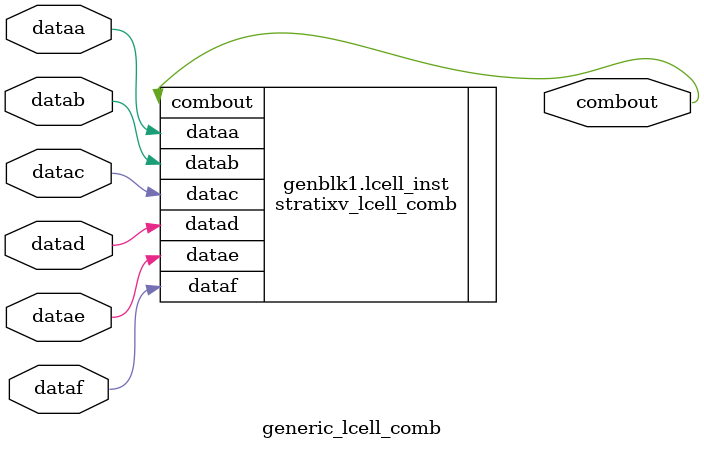
<source format=v>


`timescale 1ps/1ps

module altera_pll_reconfig_core
#(
    parameter 	reconf_width       	= 64,
    parameter 	device_family       	= "Stratix V",
    // MIF Streaming parameters
    parameter   RECONFIG_ADDR_WIDTH     = 6,
    parameter   RECONFIG_DATA_WIDTH     = 32,
    parameter   ROM_ADDR_WIDTH          = 9,
    parameter   ROM_DATA_WIDTH          = 32,
    parameter	ROM_NUM_WORDS           = 512
) ( 

    //input
    input   wire    mgmt_clk,
    input   wire    mgmt_reset,


    //conduits
    output  wire [reconf_width-1:0] reconfig_to_pll,
    input  wire [reconf_width-1:0] reconfig_from_pll,

    // user data (avalon-MM slave interface)
    output  wire [31:0] mgmt_readdata,
    output  wire        mgmt_waitrequest,
    input   wire [5:0]  mgmt_address,
    input   wire        mgmt_read,
    input   wire        mgmt_write,
    input   wire [31:0] mgmt_writedata,

    //other
    output  wire        mif_start_out,
    output  reg [ROM_ADDR_WIDTH-1:0]    mif_base_addr
);
    localparam mode_WR            = 1'b0;
    localparam mode_POLL          = 1'b1;
    localparam MODE_REG           = 6'b000000;
    localparam STATUS_REG         = 6'b000001;
    localparam START_REG          = 6'b000010;
    localparam N_REG              = 6'b000011;
    localparam M_REG              = 6'b000100;
    localparam C_COUNTERS_REG     = 6'b000101;
    localparam DPS_REG            = 6'b000110;
    localparam DSM_REG            = 6'b000111;
    localparam BWCTRL_REG         = 6'b001000;
    localparam CP_CURRENT_REG     = 6'b001001;
    localparam ANY_DPRIO          = 6'b100000;
    localparam CNT_BASE           = 5'b001010;
    localparam VCO_REG              = 6'b011100;
    localparam MIF_REG            = 6'b011111;
    
    //C Counters
    localparam number_of_counters = 5'd18;
    localparam  CNT_0 = 1'd0, CNT_1 = 5'd1, CNT_2 = 5'd2,
                CNT_3 = 5'd3, CNT_4 = 5'd4, CNT_5 = 5'd5,
                CNT_6 = 5'd6, CNT_7 = 5'd7, CNT_8 = 5'd8,
                CNT_9 = 5'd9, CNT_10 = 5'd10, CNT_11 = 5'd11,
                CNT_12 = 5'd12, CNT_13 = 5'd13, CNT_14 = 5'd14,
                CNT_15 = 5'd15, CNT_16 = 5'd16, CNT_17 = 5'd17;
    //C counter addresses
    localparam C_CNT_0_DIV_ADDR = 5'h00;
    localparam C_CNT_0_DIV_ADDR_DPRIO_1 = 5'h11;
    localparam C_CNT_0_3_BYPASS_EN_ADDR = 5'h15;
    localparam C_CNT_0_3_ODD_DIV_EN_ADDR = 5'h17;
    localparam C_CNT_4_17_BYPASS_EN_ADDR = 5'h14;
    localparam C_CNT_4_17_ODD_DIV_EN_ADDR = 5'h16;
    //N counter addresses
    localparam N_CNT_DIV_ADDR = 5'h13;
    localparam N_CNT_BYPASS_EN_ADDR = 5'h15;
    localparam N_CNT_ODD_DIV_EN_ADDR = 5'h17;
    //M counter addresses
    localparam M_CNT_DIV_ADDR = 5'h12;
    localparam M_CNT_BYPASS_EN_ADDR = 5'h15;
    localparam M_CNT_ODD_DIV_EN_ADDR = 5'h17;
    
    //DSM address
    localparam DSM_K_FRACTIONAL_DIVISION_ADDR_0 = 5'h18;
    localparam DSM_K_FRACTIONAL_DIVISION_ADDR_1 = 5'h19;
    localparam DSM_K_READY_ADDR = 5'h17;
    localparam DSM_K_DITHER_ADDR = 5'h17;
    localparam DSM_OUT_SEL_ADDR = 6'h30;
    
    //Other DSM params
    localparam DSM_K_READY_BIT_INDEX = 4'd11;
    //BWCTRL address
    //Bit 0-3 of addr
    localparam BWCTRL_ADDR = 6'h30;
    //CP_CURRENT address
    //Bit 0-2 of addr
    localparam CP_CURRENT_ADDR = 6'h31;
    
    // VCODIV address
    localparam VCO_ADDR = 5'h17;

    localparam DPRIO_IDLE = 3'd0, ONE = 3'd1, TWO = 3'd2, THREE = 3'd3, FOUR = 3'd4,
               FIVE = 3'd5, SIX = 3'd6, SEVEN = 3'd7, EIGHT = 4'd8, NINE = 4'd9, TEN = 4'd10,
               ELEVEN = 4'd11, TWELVE = 4'd12, THIRTEEN = 4'd13, FOURTEEN = 4'd14, DPRIO_DONE = 4'd15;
    localparam IDLE = 2'b00, WAIT_ON_LOCK = 2'b01, LOCKED = 2'b10;
    
    wire            clk;
    wire            reset;
    wire            gnd;

    wire [5: 0]     slave_address;
    wire            slave_read;
    wire            slave_write;
    wire [31: 0]    slave_writedata;

    reg  [31: 0]     slave_readdata_d;
    reg  [31: 0]     slave_readdata_q;
    wire            slave_waitrequest;
    reg             slave_mode;

    assign          clk             = mgmt_clk;

    assign          slave_address       = mgmt_address;
    assign          slave_read      = mgmt_read;    
    assign          slave_write     = mgmt_write;
    assign          slave_writedata     = mgmt_writedata;
    
    reg read_waitrequest;
    // Outputs
    assign          mgmt_readdata       = slave_readdata_q;
    assign          mgmt_waitrequest    = slave_waitrequest | read_waitrequest; //Read waitrequest asserted in polling mode

    //internal signals
    wire            locked_orig;
    wire            locked;
   
    wire            pll_start;
    wire            pll_start_valid;
    reg             status_read;
    wire            read_slave_mode_asserted;

    wire            pll_start_asserted;

    reg  [1:0]      current_state;
    reg  [1:0]      next_state;

    reg             status;//0=busy, 1=ready
    //user_mode_init user_mode_init_inst (clk, reset, dprio_mdio_dis, ser_shift_load);
    //declaring the init wires. These will have 0 on them for 64 clk cycles
    wire       [ 5:0]  init_dprio_address;
    wire               init_dprio_read;
    wire       [ 1:0]  init_dprio_byteen;
    wire               init_dprio_write;
    wire       [15:0]  init_dprio_writedata;

    wire               init_atpgmode;
    wire               init_mdio_dis;
    wire               init_scanen;
    wire               init_ser_shift_load;
    wire               dprio_init_done;

    //DPRIO output signals after initialization is done
    wire            dprio_clk;
    reg             avmm_dprio_write;
    reg             avmm_dprio_read;
    reg  [5:0]      avmm_dprio_address;
    reg  [15:0]     avmm_dprio_writedata;
    reg  [1:0]      avmm_dprio_byteen;
    wire            avmm_atpgmode;
    wire            avmm_mdio_dis;
    wire            avmm_scanen;

    //Final output wires that are muxed between the init and avmm wires.
    wire            dprio_init_reset;
    wire [5:0]      dprio_address /*synthesis keep*/;
    wire            dprio_read/*synthesis keep*/;
    wire [1:0]      dprio_byteen/*synthesis keep*/;
    wire            dprio_write/*synthesis keep*/;
    wire [15:0]     dprio_writedata/*synthesis keep*/;
    wire            dprio_mdio_dis/*synthesis keep*/;
    wire            dprio_ser_shift_load/*synthesis keep*/;
    wire            dprio_atpgmode/*synthesis keep*/;
    wire            dprio_scanen/*synthesis keep*/;


    //other PLL signals for dyn ph shift
    wire            phase_done/*synthesis keep*/;
    wire            phase_en/*synthesis keep*/;
    wire            up_dn/*synthesis keep*/;
    wire  [4:0]     cnt_sel;
    
    //DPRIO input signals
    wire  [15:0]     dprio_readdata;

    //internal logic signals
    //storage registers for user sent data
    reg             dprio_temp_read_1;
    reg             dprio_temp_read_2;
    reg             dprio_start;
    reg             mif_start_assert;
    reg             dps_start_assert;
    wire            usr_valid_changes;
    reg  [3:0]      dprio_cur_state;
    reg  [3:0]      dprio_next_state;
    reg  [15:0]     dprio_temp_m_n_c_readdata_1_d;
    reg  [15:0]     dprio_temp_m_n_c_readdata_2_d;
    reg  [15:0]     dprio_temp_m_n_c_readdata_1_q;
    reg  [15:0]     dprio_temp_m_n_c_readdata_2_q;
	reg 			dprio_write_done;
    //C counters signals
    reg  [7:0]      usr_c_cnt_lo;
    reg  [7:0]      usr_c_cnt_hi;
    reg             usr_c_cnt_bypass_en;
    reg             usr_c_cnt_odd_duty_div_en;
    reg  [7:0]      temp_c_cnt_lo [0:17]; 
    reg  [7:0]      temp_c_cnt_hi [0:17];
    reg             temp_c_cnt_bypass_en [0:17];
    reg      	    temp_c_cnt_odd_duty_div_en [0:17];
    reg             any_c_cnt_changed;
    reg             all_c_cnt_done_q;
    reg             all_c_cnt_done_d;
    reg  [17:0]     c_cnt_changed;
    reg  [17:0]     c_cnt_done_d;
    reg  [17:0]     c_cnt_done_q;
    //N counter signals
    reg  [7:0]      usr_n_cnt_lo; 
    reg  [7:0]      usr_n_cnt_hi;
    reg             usr_n_cnt_bypass_en;
    reg             usr_n_cnt_odd_duty_div_en;
    reg             n_cnt_changed;
    reg             n_cnt_done_d;
    reg             n_cnt_done_q;
    //M counter signals
    reg  [7:0]      usr_m_cnt_lo; 
    reg  [7:0]      usr_m_cnt_hi;
    reg             usr_m_cnt_bypass_en;
    reg             usr_m_cnt_odd_duty_div_en;
    reg             m_cnt_changed;
    reg             m_cnt_done_d;
    reg             m_cnt_done_q;
    //dyn phase regs
    reg  [15:0]     usr_num_shifts;
    reg  [4:0]      usr_cnt_sel /*synthesis preserve*/;
    reg             usr_up_dn;
    reg             dps_changed;
    wire            dps_changed_valid;
    wire            dps_done;

    //DSM Signals
    reg  [31:0]     usr_k_value;
    reg             dsm_k_changed;
    reg             dsm_k_done_d;
    reg             dsm_k_done_q;
    reg             dsm_k_ready_false_done_d;
    //BW signals 
    reg [3:0]       usr_bwctrl_value;
    reg             bwctrl_changed;
    reg             bwctrl_done_d;
    reg             bwctrl_done_q;
    //CP signals 
    reg [2:0]       usr_cp_current_value;
    reg             cp_current_changed;
    reg             cp_current_done_d;
    reg             cp_current_done_q;
    //VCO signals 
    reg             usr_vco_value;
    reg             vco_changed;
    reg             vco_done_d;
    reg             vco_done_q;
    //Manual DPRIO signals
    reg             manual_dprio_done_q;
    reg             manual_dprio_done_d;
    reg             manual_dprio_changed;
    reg  [5:0]      usr_dprio_address;
    reg  [15:0]     usr_dprio_writedata_0;
    reg             usr_r_w;
	 //keeping track of which operation happened last
	 reg  [5:0]		  operation_address;
    // Address wires for all C_counter DPRIO registers
    // These are outputs of LUTS, changing depending
    // on whether PLL_0 or PLL_1 being used


    //Fitter will tell if FPLL1 is being used 
    wire            fpll_1;

    // other
    reg             mif_reg_asserted;
    // MAIN FSM                             

    // Synchronize locked signal
   altera_std_synchronizer #(
        .depth(3)
    ) altera_std_synchronizer_inst (
        .clk(mgmt_clk),
        .reset_n(~mgmt_reset), 
        .din(locked_orig),
        .dout(locked)
    );
   
    always @(posedge clk)
    begin
        if (reset)
        begin
            dprio_cur_state <= DPRIO_IDLE;
            current_state <= IDLE;
        end
        else
        begin
            current_state <= next_state;
            dprio_cur_state <= dprio_next_state;
        end
    end

    always @(*)
     begin
        case(current_state)
          IDLE:
            begin
               if (pll_start & !slave_waitrequest & usr_valid_changes)
                 next_state = WAIT_ON_LOCK;
               else
                 next_state = IDLE;
            end
          WAIT_ON_LOCK:
            begin
               if (locked & dps_done & dprio_write_done)  // received locked high from PLL
                 begin
                    if (slave_mode==mode_WR) //if the mode is waitrequest, then
                                             // goto IDLE state directly
                      next_state = IDLE;
                    else
                      next_state = LOCKED; //otherwise go the locked state
                 end
               else
                  next_state = WAIT_ON_LOCK;
            end
              
          LOCKED:
            begin
               if (status_read) // stay in LOCKED until user reads status 
                 next_state = IDLE;
               else
                 next_state = LOCKED;
            end

          default: next_state = 2'bxx;
          
        endcase
     end


    // ask the pll to start reconfig
    assign pll_start = (pll_start_asserted & (current_state==IDLE))  ;
    assign pll_start_valid = (pll_start & (next_state==WAIT_ON_LOCK))  ;



    // WRITE OPERATIONS
    assign pll_start_asserted = slave_write & (slave_address == START_REG);
    assign mif_start_out = pll_start & mif_reg_asserted;

    //reading the mode register to determine what mode the slave will operate
    //in.
    always @(posedge clk)
    begin
        if (reset)
          slave_mode <= mode_WR;
        else if (slave_write & (slave_address == MODE_REG) & !slave_waitrequest)
          slave_mode <= slave_writedata[0];
    end

    //record which values user wants to change.

    //reading in the actual values that need to be reconfigged and sending
    //them to the PLL
    always @(posedge clk)
    begin
        if (reset)
        begin
            //reset all regs here
            //BW signals reset
            usr_bwctrl_value <= 0;
            bwctrl_changed <= 0;
            bwctrl_done_q <= 0;
            //CP signals reset
            usr_cp_current_value <= 0;
            cp_current_changed <= 0;
            cp_current_done_q <= 0;
            //VCO signals reset
            usr_vco_value <= 0;
            vco_changed <= 0;
            vco_done_q <= 0;
            //DSM signals reset
            usr_k_value <= 0;
            dsm_k_changed <= 0;
            dsm_k_done_q <= 0;
            //N counter signals reset
            usr_n_cnt_lo <= 0;
            usr_n_cnt_hi <= 0;
            usr_n_cnt_bypass_en <= 0;
            usr_n_cnt_odd_duty_div_en <= 0;
            n_cnt_changed <= 0;
            n_cnt_done_q <= 0;
            //M counter signals reset
            usr_m_cnt_lo <= 0;
            usr_m_cnt_hi <= 0;
            usr_m_cnt_bypass_en <= 0;
            usr_m_cnt_odd_duty_div_en <= 0;
            m_cnt_changed <= 0;
            m_cnt_done_q <= 0;
            //C counter signals reset
            usr_c_cnt_lo <= 0;
            usr_c_cnt_hi <= 0;
            usr_c_cnt_bypass_en <= 0;
            usr_c_cnt_odd_duty_div_en <= 0;
            any_c_cnt_changed <= 0;
            all_c_cnt_done_q <= 0;
            c_cnt_done_q <= 0;
            //generic signals
            dprio_start <= 0;
            mif_start_assert <= 0;
            dps_start_assert <= 0;
            dprio_temp_m_n_c_readdata_1_q <= 0;
            dprio_temp_m_n_c_readdata_2_q <= 0;
            c_cnt_done_q <= 0;
            //DPS signals
            usr_up_dn <= 0;
            usr_cnt_sel <= 0;
            usr_num_shifts <= 0;
            dps_changed <= 0;
            //manual DPRIO signals
            manual_dprio_changed <= 0;
            usr_dprio_address <= 0;
            usr_dprio_writedata_0 <= 0;
            usr_r_w <= 0;
	    operation_address <= 0;
            mif_reg_asserted <= 0;
            mif_base_addr <= 0;
        end
        else
        begin
            if (dprio_temp_read_1)
            begin
                dprio_temp_m_n_c_readdata_1_q <= dprio_temp_m_n_c_readdata_1_d; 
            end
            if (dprio_temp_read_2)
            begin
                dprio_temp_m_n_c_readdata_2_q <= dprio_temp_m_n_c_readdata_2_d; 
            end
            if ((dps_done)) dps_changed <= 0;
            if (dsm_k_done_d) dsm_k_done_q <= dsm_k_done_d;
            if (n_cnt_done_d) n_cnt_done_q <= n_cnt_done_d;
            if (m_cnt_done_d) m_cnt_done_q <= m_cnt_done_d;
            if (all_c_cnt_done_d) all_c_cnt_done_q <= all_c_cnt_done_d;
            if (c_cnt_done_d != 0) c_cnt_done_q <= c_cnt_done_q | c_cnt_done_d;
            if (bwctrl_done_d) bwctrl_done_q <= bwctrl_done_d;
            if (cp_current_done_d) cp_current_done_q <= cp_current_done_d;
            if (vco_done_d) vco_done_q <= vco_done_d;
            if (manual_dprio_done_d) manual_dprio_done_q <= manual_dprio_done_d;

            if (mif_start_out == 1'b1)
                mif_start_assert <= 0; // Signaled MIF block to start, so deassert on next cycle
            
            if (dps_done != 1'b1)
                dps_start_assert <= 0; // DPS has started, so dessert its start signal on next cycle

            if (dprio_next_state == ONE)
                dprio_start <= 0;
            if (dprio_write_done)
            begin
                bwctrl_done_q <= 0;
                cp_current_done_q <= 0;
                vco_done_q <= 0;
                dsm_k_done_q <= 0;
                dsm_k_done_q <= 0;
                n_cnt_done_q <= 0;
                m_cnt_done_q <= 0;
                all_c_cnt_done_q <= 0;
                c_cnt_done_q <= 0;
                dsm_k_changed <= 0;
                n_cnt_changed <= 0;
                m_cnt_changed <= 0;
                any_c_cnt_changed <= 0;
                bwctrl_changed <= 0;
                cp_current_changed <= 0;
                vco_changed <= 0;
                manual_dprio_changed <= 0;
                manual_dprio_done_q <= 0;
                if (dps_changed | dps_changed_valid | !dps_done )
                begin
                    usr_cnt_sel <= usr_cnt_sel;
                end
                else 
                begin
                    usr_cnt_sel <= 0;
                end
                mif_reg_asserted <= 0;
            end
            else 
            begin
                dsm_k_changed <= dsm_k_changed;
                n_cnt_changed <= n_cnt_changed;
                m_cnt_changed <= m_cnt_changed;
                any_c_cnt_changed <= any_c_cnt_changed;
                manual_dprio_changed <= manual_dprio_changed;
                mif_reg_asserted <= mif_reg_asserted;
                usr_cnt_sel <= usr_cnt_sel;
            end


            if(slave_write & !slave_waitrequest)
            begin
                case(slave_address)
                   //read in the values here from the user and act on them
                DSM_REG:
                begin
                    operation_address <= DSM_REG;
                    usr_k_value <= slave_writedata[31:0]; 
                    dsm_k_changed <= 1'b1;
                    dsm_k_done_q <= 0;
                    dprio_start <= 1'b1;
                end
                N_REG:
                begin
                    operation_address <= N_REG;
                    usr_n_cnt_lo <= slave_writedata[7:0]; 
                    usr_n_cnt_hi <= slave_writedata[15:8];
                    usr_n_cnt_bypass_en <= slave_writedata[16];
                    usr_n_cnt_odd_duty_div_en <= slave_writedata[17];
                    n_cnt_changed <= 1'b1;
                    n_cnt_done_q <= 0;
                    dprio_start <= 1'b1;
                end
                M_REG:
                begin
                    operation_address <= M_REG;
                    usr_m_cnt_lo <= slave_writedata[7:0]; 
                    usr_m_cnt_hi <= slave_writedata[15:8];
                    usr_m_cnt_bypass_en <= slave_writedata[16];
                    usr_m_cnt_odd_duty_div_en <= slave_writedata[17];
                    m_cnt_changed <= 1'b1;
                    m_cnt_done_q <= 0;
                    dprio_start <= 1'b1;
                end
                DPS_REG:
                begin
                    operation_address <= DPS_REG;
                    usr_num_shifts <= slave_writedata[15:0];
                    usr_cnt_sel <= slave_writedata[20:16];
                    usr_up_dn <= slave_writedata[21];
                    dps_changed <= 1;
                    dps_start_assert <= 1;
                end
                C_COUNTERS_REG:
                begin
						  operation_address <= C_COUNTERS_REG;
                    usr_c_cnt_lo <= slave_writedata[7:0]; 
                    usr_c_cnt_hi <= slave_writedata[15:8];
                    usr_c_cnt_bypass_en <= slave_writedata[16];
                    usr_c_cnt_odd_duty_div_en <= slave_writedata[17];
                    usr_cnt_sel <= slave_writedata[22:18];
                    any_c_cnt_changed <= 1'b1;
                    all_c_cnt_done_q <= 0;
                    dprio_start <= 1'b1;
                end
                BWCTRL_REG:
                begin
                    usr_bwctrl_value <= slave_writedata[3:0]; 
                    bwctrl_changed <= 1'b1;
                    bwctrl_done_q <= 0;
                    dprio_start <= 1'b1;
		    	  operation_address <= BWCTRL_REG;
                end
                CP_CURRENT_REG:
                begin
                    usr_cp_current_value <= slave_writedata[2:0]; 
                    cp_current_changed <= 1'b1;
                    cp_current_done_q <= 0;
                    dprio_start <= 1'b1;
		    operation_address <= CP_CURRENT_REG;
                end
                VCO_REG:
                begin
                    usr_vco_value <= slave_writedata[0]; 
                    vco_changed <= 1'b1;
                    vco_done_q <= 0;
                    dprio_start <= 1'b1;
		    operation_address <= VCO_REG;
                end
                ANY_DPRIO:
                begin
						  operation_address <= ANY_DPRIO;
                    manual_dprio_changed <= 1'b1;
                    usr_dprio_address <= slave_writedata[5:0];
                    usr_dprio_writedata_0 <= slave_writedata[21:6];
                    usr_r_w <= slave_writedata[22];
                    manual_dprio_done_q <= 0;
                    dprio_start <= 1'b1;
                end
                MIF_REG:
                begin
                    mif_reg_asserted <= 1'b1;
                    mif_base_addr <= slave_writedata[ROM_ADDR_WIDTH-1:0];
                    mif_start_assert <= 1'b1;
                end                
                endcase
             end
        end 
    end
    //C Counter assigning values to the 2-d array of values for each C counter
   
    reg [4:0] j;
    always @(posedge clk)
    begin

        if (reset)
        begin
            c_cnt_changed[17:0] <= 0;
            for (j = 0; j < number_of_counters; j = j + 1'b1)
            begin : c_cnt_reset
                temp_c_cnt_bypass_en[j] <= 0;
                temp_c_cnt_odd_duty_div_en[j] <= 0;
                temp_c_cnt_lo[j][7:0] <= 0;
                temp_c_cnt_hi[j][7:0] <= 0;
            end
        end
        else 
        begin
            if (dprio_write_done)
            begin
                c_cnt_changed <= 0;
            end
            if (any_c_cnt_changed && (operation_address == C_COUNTERS_REG))
            begin
                case (cnt_sel)
                    CNT_0:
                    begin
                        temp_c_cnt_lo [0] <= usr_c_cnt_lo;
                        temp_c_cnt_hi [0] <= usr_c_cnt_hi;
                        temp_c_cnt_bypass_en [0] <= usr_c_cnt_bypass_en;
                        temp_c_cnt_odd_duty_div_en [0] <= usr_c_cnt_odd_duty_div_en;
                        c_cnt_changed [0] <= 1'b1;
                    end
                    CNT_1:
                    begin
                        temp_c_cnt_lo [1] <= usr_c_cnt_lo;
                        temp_c_cnt_hi [1] <= usr_c_cnt_hi;
                        temp_c_cnt_bypass_en [1] <= usr_c_cnt_bypass_en;
                        temp_c_cnt_odd_duty_div_en [1] <= usr_c_cnt_odd_duty_div_en;
                        c_cnt_changed [1] <= 1'b1;
                    end
                    CNT_2:
                    begin
                        temp_c_cnt_lo [2] <= usr_c_cnt_lo;
                        temp_c_cnt_hi [2] <= usr_c_cnt_hi;
                        temp_c_cnt_bypass_en [2] <= usr_c_cnt_bypass_en;
                        temp_c_cnt_odd_duty_div_en [2] <= usr_c_cnt_odd_duty_div_en;
                        c_cnt_changed [2] <= 1'b1;
                    end
                    CNT_3:
                    begin
                        temp_c_cnt_lo [3] <= usr_c_cnt_lo;
                        temp_c_cnt_hi [3] <= usr_c_cnt_hi;
                        temp_c_cnt_bypass_en [3] <= usr_c_cnt_bypass_en;
                        temp_c_cnt_odd_duty_div_en [3] <= usr_c_cnt_odd_duty_div_en;
                        c_cnt_changed [3] <= 1'b1;
                    end
                    CNT_4:
                    begin
                        temp_c_cnt_lo [4] <= usr_c_cnt_lo;
                        temp_c_cnt_hi [4] <= usr_c_cnt_hi;
                        temp_c_cnt_bypass_en [4] <= usr_c_cnt_bypass_en;
                        temp_c_cnt_odd_duty_div_en [4] <= usr_c_cnt_odd_duty_div_en;
                        c_cnt_changed [4] <= 1'b1;
                    end
                    CNT_5:
                    begin
                        temp_c_cnt_lo [5] <= usr_c_cnt_lo;
                        temp_c_cnt_hi [5] <= usr_c_cnt_hi;
                        temp_c_cnt_bypass_en [5] <= usr_c_cnt_bypass_en;
                        temp_c_cnt_odd_duty_div_en [5] <= usr_c_cnt_odd_duty_div_en;
                        c_cnt_changed [5] <= 1'b1;
                    end
                    CNT_6:
                    begin
                        temp_c_cnt_lo [6] <= usr_c_cnt_lo;
                        temp_c_cnt_hi [6] <= usr_c_cnt_hi;
                        temp_c_cnt_bypass_en [6] <= usr_c_cnt_bypass_en;
                        temp_c_cnt_odd_duty_div_en [6] <= usr_c_cnt_odd_duty_div_en;
                        c_cnt_changed [6] <= 1'b1;
                    end
                    CNT_7:
                    begin
                        temp_c_cnt_lo [7] <= usr_c_cnt_lo;
                        temp_c_cnt_hi [7] <= usr_c_cnt_hi;
                        temp_c_cnt_bypass_en [7] <= usr_c_cnt_bypass_en;
                        temp_c_cnt_odd_duty_div_en [7] <= usr_c_cnt_odd_duty_div_en;
                        c_cnt_changed [7] <= 1'b1;
                    end
                    CNT_8:
                    begin
                        temp_c_cnt_lo [8] <= usr_c_cnt_lo;
                        temp_c_cnt_hi [8] <= usr_c_cnt_hi;
                        temp_c_cnt_bypass_en [8] <= usr_c_cnt_bypass_en;
                        temp_c_cnt_odd_duty_div_en [8] <= usr_c_cnt_odd_duty_div_en;
                        c_cnt_changed [8] <= 1'b1;
                    end
                    CNT_9:
                    begin
                        temp_c_cnt_lo [9] <= usr_c_cnt_lo;
                        temp_c_cnt_hi [9] <= usr_c_cnt_hi;
                        temp_c_cnt_bypass_en [9] <= usr_c_cnt_bypass_en;
                        temp_c_cnt_odd_duty_div_en [9] <= usr_c_cnt_odd_duty_div_en;
                        c_cnt_changed [9] <= 1'b1;
                    end
                    CNT_10:
                    begin
                        temp_c_cnt_lo [10] <= usr_c_cnt_lo;
                        temp_c_cnt_hi [10] <= usr_c_cnt_hi;
                        temp_c_cnt_bypass_en [10] <= usr_c_cnt_bypass_en;
                        temp_c_cnt_odd_duty_div_en [10] <= usr_c_cnt_odd_duty_div_en;
                        c_cnt_changed [10] <= 1'b1;
                    end
                    CNT_11:
                    begin
                        temp_c_cnt_lo [11] <= usr_c_cnt_lo;
                        temp_c_cnt_hi [11] <= usr_c_cnt_hi;
                        temp_c_cnt_bypass_en [11] <= usr_c_cnt_bypass_en;
                        temp_c_cnt_odd_duty_div_en [11] <= usr_c_cnt_odd_duty_div_en;
                        c_cnt_changed [11] <= 1'b1;
                    end
                    CNT_12:
                    begin
                        temp_c_cnt_lo [12] <= usr_c_cnt_lo;
                        temp_c_cnt_hi [12] <= usr_c_cnt_hi;
                        temp_c_cnt_bypass_en [12] <= usr_c_cnt_bypass_en;
                        temp_c_cnt_odd_duty_div_en [12] <= usr_c_cnt_odd_duty_div_en;
                        c_cnt_changed [12] <= 1'b1;
                    end
                    CNT_13:
                    begin
                        temp_c_cnt_lo [13] <= usr_c_cnt_lo;
                        temp_c_cnt_hi [13] <= usr_c_cnt_hi;
                        temp_c_cnt_bypass_en [13] <= usr_c_cnt_bypass_en;
                        temp_c_cnt_odd_duty_div_en [13] <= usr_c_cnt_odd_duty_div_en;
                        c_cnt_changed [13] <= 1'b1;
                    end
                    CNT_14:
                    begin
                        temp_c_cnt_lo [14] <= usr_c_cnt_lo;
                        temp_c_cnt_hi [14] <= usr_c_cnt_hi;
                        temp_c_cnt_bypass_en [14] <= usr_c_cnt_bypass_en;
                        temp_c_cnt_odd_duty_div_en [14] <= usr_c_cnt_odd_duty_div_en;
                        c_cnt_changed [14] <= 1'b1;
                    end
                    CNT_15:
                    begin
                        temp_c_cnt_lo [15] <= usr_c_cnt_lo;
                        temp_c_cnt_hi [15] <= usr_c_cnt_hi;
                        temp_c_cnt_bypass_en [15] <= usr_c_cnt_bypass_en;
                        temp_c_cnt_odd_duty_div_en [15] <= usr_c_cnt_odd_duty_div_en;
                        c_cnt_changed [15] <= 1'b1;
                    end
                    CNT_16:
                    begin
                        temp_c_cnt_lo [16] <= usr_c_cnt_lo;
                        temp_c_cnt_hi [16] <= usr_c_cnt_hi;
                        temp_c_cnt_bypass_en [16] <= usr_c_cnt_bypass_en;
                        temp_c_cnt_odd_duty_div_en [16] <= usr_c_cnt_odd_duty_div_en;
                        c_cnt_changed [16] <= 1'b1;
                    end
                    CNT_17:
                    begin
                        temp_c_cnt_lo [17] <= usr_c_cnt_lo;
                        temp_c_cnt_hi [17] <= usr_c_cnt_hi;
                        temp_c_cnt_bypass_en [17] <= usr_c_cnt_bypass_en;
                        temp_c_cnt_odd_duty_div_en [17] <= usr_c_cnt_odd_duty_div_en;
                        c_cnt_changed [17] <= 1'b1;
                    end
                endcase

            end
        end
    end


    //logic to handle which writes the user indicated and wants to start.
    assign usr_valid_changes =dsm_k_changed| any_c_cnt_changed |n_cnt_changed | m_cnt_changed | dps_changed_valid |manual_dprio_changed |cp_current_changed|bwctrl_changed|vco_changed;

     
    //start the reconfig operations by writing to the DPRIO
    reg break_loop;
    reg [4:0] i;
    always @(*)
    begin 
        dprio_temp_read_1 = 0;
        dprio_temp_read_2 = 0;
        dprio_temp_m_n_c_readdata_1_d = 0;
        dprio_temp_m_n_c_readdata_2_d = 0;
        break_loop = 0;
        dprio_next_state = DPRIO_IDLE;
        avmm_dprio_write = 0;
        avmm_dprio_read = 0;
        avmm_dprio_address = 0;
        avmm_dprio_writedata = 0;
        avmm_dprio_byteen = 0;
        dprio_write_done = 1;
        manual_dprio_done_d = 0;
        n_cnt_done_d = 0;
        dsm_k_done_d = 0;
        dsm_k_ready_false_done_d = 0;
        m_cnt_done_d = 0;
        c_cnt_done_d[17:0] = 0;
        all_c_cnt_done_d = 0;
        bwctrl_done_d = 0;
        cp_current_done_d = 0;
        vco_done_d = 0;
        i = 0;
       
        // Deassert dprio_write_done so it doesn't reset mif_reg_asserted (toggled writes) 
        if (dprio_start | mif_start_assert)
            dprio_write_done = 0;

        if (current_state == WAIT_ON_LOCK)
        begin
            case (dprio_cur_state)
                ONE:
                begin
                    if (n_cnt_changed & !n_cnt_done_q) 
                    begin
			dprio_write_done = 0;
                    	avmm_dprio_write = 1'b1;
                    	avmm_dprio_byteen = 2'b11;
                    	dprio_next_state = TWO;
                        avmm_dprio_address = N_CNT_DIV_ADDR;
                        avmm_dprio_writedata[7:0] = usr_n_cnt_lo;
                        avmm_dprio_writedata[15:8] = usr_n_cnt_hi;
                    end
                    else if (m_cnt_changed & !m_cnt_done_q) 
                    begin
		    	dprio_write_done = 0;
                    	avmm_dprio_write = 1'b1;
                    	avmm_dprio_byteen = 2'b11;
                    	dprio_next_state = TWO;
                        avmm_dprio_address = M_CNT_DIV_ADDR;
                        avmm_dprio_writedata[7:0] = usr_m_cnt_lo;
                        avmm_dprio_writedata[15:8] = usr_m_cnt_hi;
                    end
                    else if (any_c_cnt_changed & !all_c_cnt_done_q)
                    begin

                        for (i = 0; (i < number_of_counters) & !break_loop; i = i + 1'b1)
                        begin : c_cnt_write_hilo
                            if (c_cnt_changed[i] & !c_cnt_done_q[i])
                            begin
				dprio_write_done = 0;
	                    	avmm_dprio_write = 1'b1;
        	            	avmm_dprio_byteen = 2'b11;
                	    	dprio_next_state = TWO;
                                if (fpll_1) avmm_dprio_address = C_CNT_0_DIV_ADDR + C_CNT_0_DIV_ADDR_DPRIO_1 - i;
                                else avmm_dprio_address = C_CNT_0_DIV_ADDR + i;
                                avmm_dprio_writedata[7:0] = temp_c_cnt_lo[i];
                                avmm_dprio_writedata[15:8] = temp_c_cnt_hi[i];
                                //To break from the loop, since only one counter
                                //is addressed at a time
                                break_loop = 1'b1;
                            end
                        end
                    end
                    else if (dsm_k_changed & !dsm_k_done_q) 
                    begin
		    	dprio_write_done = 0;
                        avmm_dprio_write = 0;
                        dprio_next_state = TWO;
                    end
                    else if (bwctrl_changed & !bwctrl_done_q) 
                    begin
		    	dprio_write_done = 0;
                        avmm_dprio_write = 0;
                        dprio_next_state = TWO;
                    end
                    else if (cp_current_changed & !cp_current_done_q) 
                    begin
		    	dprio_write_done = 0;		    
                        avmm_dprio_write = 0;
                        dprio_next_state = TWO;
                    end
                    else if (vco_changed & !vco_done_q) 
                    begin
		    	dprio_write_done = 0;		    
                        avmm_dprio_write = 0;
                        dprio_next_state = TWO;
                    end
                    else if (manual_dprio_changed & !manual_dprio_done_q)
                    begin
		    	dprio_write_done = 0;
                    	avmm_dprio_byteen = 2'b11;
                    	dprio_next_state = TWO;		    
                        avmm_dprio_write = usr_r_w;
                        avmm_dprio_address = usr_dprio_address;
                        avmm_dprio_writedata[15:0] = usr_dprio_writedata_0;
                    end
                    else dprio_next_state = DPRIO_IDLE;
                end
            
                TWO:
                begin
                    //handle reading the two setting bits on n_cnt, then
                    //writing them back while preserving other bits.
                    //Issue two consecutive reads then wait; readLatency=3
                    dprio_write_done = 0;
                    dprio_next_state = THREE;
                    avmm_dprio_byteen = 2'b11;
                    avmm_dprio_read = 1'b1;
                    if (n_cnt_changed & !n_cnt_done_q)
                    begin
                        avmm_dprio_address = N_CNT_BYPASS_EN_ADDR;
                    end
                    else if (m_cnt_changed & !m_cnt_done_q)
                    begin
                        avmm_dprio_address = M_CNT_BYPASS_EN_ADDR;
                    end
                   
                    else if (any_c_cnt_changed & !all_c_cnt_done_q)
                    begin
                        for (i = 0; (i < number_of_counters) & !break_loop; i = i + 1'b1)
                        begin : c_cnt_read_bypass
                            if (fpll_1)
                            begin
                                if (i > 13)
                                begin
                                    if (c_cnt_changed[i] & !c_cnt_done_q[i])
                                    begin
                                        avmm_dprio_address = C_CNT_0_3_BYPASS_EN_ADDR;
                                        break_loop = 1'b1;
                                    end
                                end
                                else
                                begin
                                    if (c_cnt_changed[i] & !c_cnt_done_q[i])
                                    begin
                                        avmm_dprio_address = C_CNT_4_17_BYPASS_EN_ADDR;
                                        break_loop = 1'b1;
                                    end
                                end
                            end
                            else
                            begin
                                if (i < 4)
                                begin
                                    if (c_cnt_changed[i] & !c_cnt_done_q[i])
                                    begin
                                        avmm_dprio_address = C_CNT_0_3_BYPASS_EN_ADDR;
                                        break_loop = 1'b1;
                                    end
                                end
                                else
                                begin
                                    if (c_cnt_changed[i] & !c_cnt_done_q[i])
                                    begin
                                        avmm_dprio_address = C_CNT_4_17_BYPASS_EN_ADDR;
                                        break_loop = 1'b1;
                                    end
                                end
                            end
                        end
                    end
                    //reading the K ready 16 bit word. Need to write 0 to it
                    //afterwards to indicate that K has not been done writing
                    else if (dsm_k_changed & !dsm_k_done_q) 
                    begin
                        avmm_dprio_address = DSM_K_READY_ADDR;
                        dprio_next_state = FOUR;
                    end
                    else if (bwctrl_changed & !bwctrl_done_q) 
                    begin
                        avmm_dprio_address = BWCTRL_ADDR;
                        dprio_next_state = FOUR;
                    end
                    else if (cp_current_changed & !cp_current_done_q) 
                    begin
                        avmm_dprio_address = CP_CURRENT_ADDR;
                        dprio_next_state = FOUR;
                    end
                    else if (vco_changed & !vco_done_q) 
                    begin
                        avmm_dprio_address = VCO_ADDR;
                        dprio_next_state = FOUR;
                    end
                    else if (manual_dprio_changed & !manual_dprio_done_q)
                    begin
                        avmm_dprio_read = ~usr_r_w;
                        avmm_dprio_address = usr_dprio_address;
                        dprio_next_state = DPRIO_DONE;
                    end
                    else dprio_next_state = DPRIO_IDLE;
                end       
                THREE:
                begin
                    dprio_write_done = 0;
                    avmm_dprio_byteen = 2'b11;
                    avmm_dprio_read = 1'b1;
                    dprio_next_state = FOUR;
                    if (n_cnt_changed & !n_cnt_done_q)
                    begin
                        avmm_dprio_address = N_CNT_ODD_DIV_EN_ADDR;
                    end
                    else if (m_cnt_changed & !m_cnt_done_q)
                    begin
                        avmm_dprio_address = M_CNT_ODD_DIV_EN_ADDR;
                    end
                    else if (any_c_cnt_changed & !all_c_cnt_done_q)
                    begin
                        for (i = 0; (i < number_of_counters) & !break_loop; i = i + 1'b1)
                        begin : c_cnt_read_odd_div
                            if (fpll_1)
                            begin
                                if (i > 13)
                                begin
                                    if (c_cnt_changed[i] & !c_cnt_done_q[i])
                                    begin
                                        avmm_dprio_address = C_CNT_0_3_ODD_DIV_EN_ADDR;
                                        break_loop = 1'b1;
                                    end
                                end
                                else
                                begin
                                    if (c_cnt_changed[i] & !c_cnt_done_q[i])
                                    begin
                                        avmm_dprio_address = C_CNT_4_17_ODD_DIV_EN_ADDR;
                                        break_loop = 1'b1;
                                    end
                                end
                            end
                            else
                            begin
                                if (i < 4)
                                begin
                                    if (c_cnt_changed[i] & !c_cnt_done_q[i])
                                    begin
                                        avmm_dprio_address = C_CNT_0_3_ODD_DIV_EN_ADDR;
                                        break_loop = 1'b1;
                                    end
                                end
                                else
                                begin
                                    if (c_cnt_changed[i] & !c_cnt_done_q[i])
                                    begin
                                        avmm_dprio_address = C_CNT_4_17_ODD_DIV_EN_ADDR;
                                        break_loop = 1'b1;
                                    end
                                end
                            end
                        end
                    end   
                    else dprio_next_state = DPRIO_IDLE;
                end
                FOUR:
                begin
                    dprio_temp_read_1 = 1'b1;
                    dprio_write_done = 0;
                    if (vco_changed|cp_current_changed|bwctrl_changed|dsm_k_changed|n_cnt_changed|m_cnt_changed|any_c_cnt_changed)
                    begin
                        dprio_temp_m_n_c_readdata_1_d = dprio_readdata;
                        dprio_next_state = FIVE;
                    end
                    else dprio_next_state = DPRIO_IDLE;
                end
                FIVE:
                begin
                    dprio_write_done = 0;
                    dprio_temp_read_2 = 1'b1;
                    if (vco_changed|cp_current_changed|bwctrl_changed|dsm_k_changed|n_cnt_changed|m_cnt_changed|any_c_cnt_changed)
                    begin
                        //this is where DSM ready value comes.
                        //Need to store in a register to be used later
                        dprio_temp_m_n_c_readdata_2_d = dprio_readdata;
                        dprio_next_state = SIX;
                    end
                    else dprio_next_state = DPRIO_IDLE;
                end
                SIX:
                begin
                    dprio_write_done = 0;
                    avmm_dprio_write = 1'b1;
                    avmm_dprio_byteen = 2'b11;
                    dprio_next_state = SEVEN;
                    avmm_dprio_writedata = dprio_temp_m_n_c_readdata_1_q;
                    if (n_cnt_changed & !n_cnt_done_q)
                    begin
                        avmm_dprio_address = N_CNT_BYPASS_EN_ADDR;
                        avmm_dprio_writedata[5] = usr_n_cnt_bypass_en;
                    end
                    else if (m_cnt_changed & !m_cnt_done_q)
                    begin
                        avmm_dprio_address = M_CNT_BYPASS_EN_ADDR;
                        avmm_dprio_writedata[4] = usr_m_cnt_bypass_en;
                    end
                    else if (any_c_cnt_changed & !all_c_cnt_done_q)
                    begin
                        for (i = 0; (i < number_of_counters) & !break_loop; i = i + 1'b1)
                        begin : c_cnt_write_bypass
                            if (fpll_1)
                            begin
                                if (i > 13)
                                begin
                                    if (c_cnt_changed[i] & !c_cnt_done_q[i])
                                    begin
                                        avmm_dprio_address = C_CNT_0_3_BYPASS_EN_ADDR;
                                        avmm_dprio_writedata[i-14] = temp_c_cnt_bypass_en[i];
                                        break_loop = 1'b1;
                                    end
                                end
                                else
                                begin
                                    if (c_cnt_changed[i] & !c_cnt_done_q[i])
                                    begin
                                        avmm_dprio_address = C_CNT_4_17_BYPASS_EN_ADDR;
                                        avmm_dprio_writedata[i] = temp_c_cnt_bypass_en[i];
                                        break_loop = 1'b1;
                                    end
                                end
                            end
                            else
                            begin
                                if (i < 4)
                                begin
                                    if (c_cnt_changed[i] & !c_cnt_done_q[i])
                                    begin
                                        avmm_dprio_address = C_CNT_0_3_BYPASS_EN_ADDR;
                                        avmm_dprio_writedata[3-i] = temp_c_cnt_bypass_en[i];
                                        break_loop = 1'b1;
                                    end
                                end
                                else
                                begin
                                    if (c_cnt_changed[i] & !c_cnt_done_q[i])
                                    begin
                                        avmm_dprio_address = C_CNT_4_17_BYPASS_EN_ADDR;
                                        avmm_dprio_writedata[17-i] = temp_c_cnt_bypass_en[i];
                                        break_loop = 1'b1;
                                    end
                                end
                            end
                        end
                    end    
                    else if (dsm_k_changed & !dsm_k_done_q)
                    begin
                        avmm_dprio_write = 0;
                    end
                    else if (bwctrl_changed & !bwctrl_done_q) 
                    begin
                        avmm_dprio_write = 0;
                    end
                    else if (cp_current_changed & !cp_current_done_q) 
                    begin
                        avmm_dprio_write = 0;
                    end
                    else if (vco_changed & !vco_done_q) 
                    begin
                        avmm_dprio_write = 0;
                    end
                    else dprio_next_state = DPRIO_IDLE;
                end
                SEVEN:
                begin
                    dprio_write_done = 0;
                    dprio_next_state = EIGHT;
                    avmm_dprio_write = 1'b1;
                    avmm_dprio_byteen = 2'b11;
                    avmm_dprio_writedata = dprio_temp_m_n_c_readdata_2_q;
                    if (n_cnt_changed & !n_cnt_done_q)
                    begin
                        avmm_dprio_address = N_CNT_ODD_DIV_EN_ADDR;
                        avmm_dprio_writedata[5] = usr_n_cnt_odd_duty_div_en;
                        n_cnt_done_d = 1'b1;
                    end
                    else if (m_cnt_changed & !m_cnt_done_q)
                    begin
                        avmm_dprio_address = M_CNT_ODD_DIV_EN_ADDR;
                        avmm_dprio_writedata[4] = usr_m_cnt_odd_duty_div_en;
                        m_cnt_done_d = 1'b1;
                    end
                         
                    else if (any_c_cnt_changed & !all_c_cnt_done_q)
                    begin
                        for (i = 0; (i < number_of_counters) & !break_loop; i = i + 1'b1)
                        begin : c_cnt_write_odd_div
                            if (fpll_1)
                            begin
                                if (i > 13)
                                begin
                                    if (c_cnt_changed[i] & !c_cnt_done_q[i])
                                    begin
                                        avmm_dprio_address = C_CNT_0_3_ODD_DIV_EN_ADDR;
                                        avmm_dprio_writedata[i-14] = temp_c_cnt_odd_duty_div_en[i];
                                        c_cnt_done_d[i] = 1'b1;
                                        //have to OR the signals to prevent
                                        //overwriting of previous dones
                                        c_cnt_done_d = c_cnt_done_d | c_cnt_done_q;
                                        break_loop = 1'b1;
                                    end
                                end
                                else
                                begin
                                    if (c_cnt_changed[i] & !c_cnt_done_q[i])
                                    begin
                                        avmm_dprio_address = C_CNT_4_17_ODD_DIV_EN_ADDR;
                                        avmm_dprio_writedata[i] = temp_c_cnt_odd_duty_div_en[i];
                                        c_cnt_done_d[i] = 1'b1;
                                        c_cnt_done_d = c_cnt_done_d | c_cnt_done_q;
                                        break_loop = 1'b1;
                                    end
                                end
                            end
                            else
                            begin
                                if (i < 4)
                                begin
                                    if (c_cnt_changed[i] & !c_cnt_done_q[i])
                                    begin
                                        avmm_dprio_address = C_CNT_0_3_ODD_DIV_EN_ADDR;
                                        avmm_dprio_writedata[3-i] = temp_c_cnt_odd_duty_div_en[i];
                                        c_cnt_done_d[i] = 1'b1;
                                        //have to OR the signals to prevent
                                        //overwriting of previous dones
                                        c_cnt_done_d = c_cnt_done_d | c_cnt_done_q;
                                        break_loop = 1'b1;
                                    end
                                end
                                else
                                begin
                                    if (c_cnt_changed[i] & !c_cnt_done_q[i])
                                    begin
                                        avmm_dprio_address = C_CNT_4_17_ODD_DIV_EN_ADDR;
                                        avmm_dprio_writedata[17-i] = temp_c_cnt_odd_duty_div_en[i];
                                        c_cnt_done_d[i] = 1'b1;
                                        c_cnt_done_d = c_cnt_done_d | c_cnt_done_q;
                                        break_loop = 1'b1;
                                    end
                                end
                            end
                        end
                    end
                    else if (dsm_k_changed & !dsm_k_done_q)
                    begin
                        avmm_dprio_address = DSM_K_READY_ADDR;
                        avmm_dprio_writedata[DSM_K_READY_BIT_INDEX] = 1'b0;
                        dsm_k_ready_false_done_d = 1'b1;
                    end
                    else if (bwctrl_changed & !bwctrl_done_q) 
                    begin
                        avmm_dprio_address = BWCTRL_ADDR;
                        avmm_dprio_writedata[3:0] = usr_bwctrl_value;
                        bwctrl_done_d = 1'b1;
                    end
                    else if (cp_current_changed & !cp_current_done_q) 
                    begin
                        avmm_dprio_address = CP_CURRENT_ADDR;
                        avmm_dprio_writedata[2:0] = usr_cp_current_value;
                        cp_current_done_d = 1'b1;
                    end
                    else if (vco_changed & !vco_done_q) 
                    begin
                        avmm_dprio_address = VCO_ADDR;
                        avmm_dprio_writedata[8] = usr_vco_value;
                        vco_done_d = 1'b1;
                    end

                   
                    //if all C_cnt that were changed are done, then assert all_c_cnt_done
                    if (c_cnt_done_d == c_cnt_changed)
                        all_c_cnt_done_d = 1'b1;
                    if (n_cnt_changed & n_cnt_done_d)
                        dprio_next_state = DPRIO_DONE;
                    if (any_c_cnt_changed & !all_c_cnt_done_d & !all_c_cnt_done_q)
                        dprio_next_state = ONE;
                    else if (m_cnt_changed & !m_cnt_done_d & !m_cnt_done_q)
                        dprio_next_state = ONE;
                    else if (dsm_k_changed & !dsm_k_ready_false_done_d)
                        dprio_next_state = TWO;
                    else if (dsm_k_changed & !dsm_k_done_q)
                        dprio_next_state = EIGHT;
                    else if (bwctrl_changed & !bwctrl_done_d)
                        dprio_next_state = TWO;
                    else if (cp_current_changed & !cp_current_done_d)
                        dprio_next_state = TWO;
                    else if (vco_changed & !vco_done_d)
                        dprio_next_state = TWO;
                    else 
                    begin
                        dprio_next_state = DPRIO_DONE;
                        dprio_write_done = 1'b1;
                    end
                end
                //finish the rest of the DSM reads/writes
                //writing k value, writing k_ready to 1.
                EIGHT: 
                begin
                    dprio_write_done = 0;
                    dprio_next_state = NINE;
                    avmm_dprio_write = 1'b1;
                    avmm_dprio_byteen = 2'b11;
                    if (dsm_k_changed & !dsm_k_done_q)
                    begin
                        avmm_dprio_address = DSM_K_FRACTIONAL_DIVISION_ADDR_0;
                        avmm_dprio_writedata[15:0] = usr_k_value[15:0];
                    end
                end
                NINE: 
                begin
                    dprio_write_done = 0;
                    dprio_next_state = TEN;
                    avmm_dprio_write = 1'b1;
                    avmm_dprio_byteen = 2'b11;
                    if (dsm_k_changed & !dsm_k_done_q)
                    begin
                        avmm_dprio_address = DSM_K_FRACTIONAL_DIVISION_ADDR_1;
                        avmm_dprio_writedata[15:0] = usr_k_value[31:16];
                    end
                end
                TEN:
                begin
                    dprio_write_done = 0;
                    dprio_next_state = ONE;
                    avmm_dprio_write = 1'b1;
                    avmm_dprio_byteen = 2'b11;
                    if (dsm_k_changed & !dsm_k_done_q)
                    begin
                        avmm_dprio_address = DSM_K_READY_ADDR;
                        //already have the readdata for DSM_K_READY_ADDR since we read it
                        //earlier. Just reuse here 
                        avmm_dprio_writedata = dprio_temp_m_n_c_readdata_2_q;
                        avmm_dprio_writedata[DSM_K_READY_BIT_INDEX] = 1'b1;
                        dsm_k_done_d = 1'b1;
                    end
                end
                DPRIO_DONE:
                begin
                    dprio_write_done = 1'b1;
                    if (dprio_start) dprio_next_state = DPRIO_IDLE;
                    else dprio_next_state = DPRIO_DONE;
                end
                DPRIO_IDLE:
                begin
                    if (dprio_start) dprio_next_state = ONE;
                    else dprio_next_state = DPRIO_IDLE;
                end 
                default:    dprio_next_state = 4'bxxxx;
            endcase
        end

    end


    //assert the waitreq signal according to the state of the slave
    assign slave_waitrequest = (slave_mode==mode_WR) ? ((locked === 1'b1) ? (((current_state==WAIT_ON_LOCK) & !dprio_write_done) | !dps_done |reset|!dprio_init_done) : 1'b1) : 1'b0;
        
    // Read operations
    always @(*)
    begin
    status = 0;
    if (slave_mode == mode_POLL)
        //asserting status to 1 if the slave is done.
       status = (current_state == LOCKED);
    end
    //************************************************************//
    //************************************************************//
    //******************** READ STATE MACHINE ********************//
    //************************************************************//
    //************************************************************//
    reg  [1:0]      current_read_state;
    reg  [1:0]      next_read_state;
    reg  [5:0]      slave_address_int_d;
    reg  [5:0]      slave_address_int_q;
    reg             dprio_read_1;
    reg  [5:0]      dprio_address_1;
    reg  [1:0]      dprio_byteen_1;
    reg  [4:0]      usr_cnt_sel_1;
    localparam READ = 2'b00, READ_WAIT = 2'b01, READ_IDLE = 2'b10, READ_POST_WAIT = 2'b11; 
    
    always @(*)
    begin
      if(next_read_state == READ_IDLE)
        begin
          read_waitrequest <= 1'b0;
        end
      else
        begin
          read_waitrequest <= 1'b1;
        end
    end
    
    always @(posedge clk)
    begin
        if (reset)
        begin
            current_read_state <= READ_IDLE;
            slave_address_int_q <= 0;
            slave_readdata_q <= 0;
        end
        else
        begin
            current_read_state <= next_read_state;
            slave_address_int_q <= slave_address_int_d;
            slave_readdata_q <= slave_readdata_d;
        end
    end
    always @(*)
    begin
        dprio_read_1 = 0;
        dprio_address_1 = 0;
        dprio_byteen_1 = 0;
        slave_address_int_d = 0;
        slave_readdata_d = 0;
        status_read = 0;
        usr_cnt_sel_1 = 0;
        case(current_read_state)
        READ_IDLE:
        begin
            slave_address_int_d = 0;
            next_read_state = READ_IDLE;
            if ((current_state != WAIT_ON_LOCK) && slave_read)
            begin
                slave_address_int_d = slave_address;
                if ((slave_address >= CNT_BASE) && (slave_address < CNT_BASE+18))
                begin
                    next_read_state = READ_WAIT;
                    dprio_byteen_1 = 2'b11;
                    dprio_read_1 = 1'b1;
                    usr_cnt_sel_1 = (slave_address[4:0] - CNT_BASE);
                    if (fpll_1) dprio_address_1 = C_CNT_0_DIV_ADDR + C_CNT_0_DIV_ADDR_DPRIO_1 - cnt_sel;
                    else dprio_address_1 = C_CNT_0_DIV_ADDR + cnt_sel;
                end
                else
                begin
                case (slave_address)
                MODE_REG:
                begin
                    next_read_state = READ_WAIT;
                    slave_readdata_d = slave_mode;
                end
                STATUS_REG:
                begin
                    next_read_state = READ_WAIT;
                    status_read = 1'b1;
                    slave_readdata_d = status;
                end
                N_REG:
                begin
                    dprio_byteen_1 = 2'b11;
                    dprio_read_1 = 1'b1;
                    dprio_address_1 = N_CNT_DIV_ADDR;
                    next_read_state = READ_WAIT;
                end
                M_REG:
                begin
                    dprio_byteen_1 = 2'b11;
                    dprio_read_1 = 1'b1;
                    dprio_address_1 = M_CNT_DIV_ADDR;
                    next_read_state = READ_WAIT;
                end
                BWCTRL_REG:
                begin
                    dprio_byteen_1 = 2'b11;
                    dprio_read_1 = 1'b1;
                    dprio_address_1 = BWCTRL_ADDR;
                    next_read_state = READ_WAIT;
                end
                CP_CURRENT_REG:
                begin
                    dprio_byteen_1 = 2'b11;
                    dprio_read_1 = 1'b1;
                    dprio_address_1 = CP_CURRENT_ADDR;
                    next_read_state = READ_WAIT;
                end
                VCO_REG:
                begin
                    dprio_byteen_1 = 2'b11;
                    dprio_read_1 = 1'b1;
                    dprio_address_1 = VCO_ADDR;
                    next_read_state = READ_WAIT;
                end
                ANY_DPRIO:
                begin
                    dprio_byteen_1 = 2'b11;
                    dprio_read_1 = ~slave_writedata[22];
                    dprio_address_1 = slave_writedata[5:0];
                    next_read_state = READ_WAIT;
                end
                default : next_read_state = READ_IDLE;
                endcase
            end
            end
            else
                next_read_state = READ_IDLE;
        end
        READ_WAIT:
        begin
            next_read_state = READ;
            slave_address_int_d = slave_address_int_q;
            case (slave_address_int_q)
            MODE_REG:
            begin
                slave_readdata_d = slave_readdata_q;
            end
            STATUS_REG:
            begin
                slave_readdata_d = slave_readdata_q;
            end
    	    endcase
        end
        READ:
        begin
            next_read_state = READ_POST_WAIT;
            slave_address_int_d = slave_address_int_q;
            slave_readdata_d = dprio_readdata;
            case (slave_address_int_q)
            MODE_REG:
            begin
                slave_readdata_d = slave_readdata_q;
            end
            STATUS_REG:
            begin
                slave_readdata_d = slave_readdata_q;
            end
            BWCTRL_REG:
            begin
                slave_readdata_d = dprio_readdata[3:0];
            end
            CP_CURRENT_REG:
            begin
                slave_readdata_d = dprio_readdata[2:0];
            end
            VCO_REG:
            begin
                slave_readdata_d = dprio_readdata[8];
            end
            ANY_DPRIO:
            begin
                slave_readdata_d = dprio_readdata;
            end
    	    endcase
        end
        READ_POST_WAIT:
        begin
            next_read_state = READ_IDLE;
        end
        default: next_read_state = 2'bxx;
        endcase
     end


    dyn_phase_shift dyn_phase_shift_inst (
        .clk(clk), 
        .reset(reset),
        .phase_done(phase_done),
        .pll_start_valid(pll_start_valid),
        .dps_changed(dps_changed),
        .dps_changed_valid(dps_changed_valid),
        .dprio_write_done(dprio_write_done),
        .usr_num_shifts(usr_num_shifts),
        .usr_cnt_sel(usr_cnt_sel|usr_cnt_sel_1),
        .usr_up_dn(usr_up_dn),
        .locked(locked),
        .dps_done(dps_done),
        .phase_en(phase_en),
        .up_dn(up_dn),
        .cnt_sel(cnt_sel));
    defparam dyn_phase_shift_inst.device_family = device_family;

    assign dprio_clk = clk;
    self_reset self_reset_inst (mgmt_reset, clk, reset, dprio_init_reset);
    
    dprio_mux dprio_mux_inst (
    .init_dprio_address(init_dprio_address),
    .init_dprio_read(init_dprio_read),
    .init_dprio_byteen(init_dprio_byteen),
    .init_dprio_write(init_dprio_write),
    .init_dprio_writedata(init_dprio_writedata),


    .init_atpgmode(init_atpgmode),
    .init_mdio_dis(init_mdio_dis),
    .init_scanen(init_scanen),
    .init_ser_shift_load(init_ser_shift_load),
    .dprio_init_done(dprio_init_done),

    // Inputs from avmm master
    .avmm_dprio_address(avmm_dprio_address | dprio_address_1),
    .avmm_dprio_read(avmm_dprio_read | dprio_read_1),
    .avmm_dprio_byteen(avmm_dprio_byteen | dprio_byteen_1),
    .avmm_dprio_write(avmm_dprio_write),
    .avmm_dprio_writedata(avmm_dprio_writedata),

    .avmm_atpgmode(avmm_atpgmode),
    .avmm_mdio_dis(avmm_mdio_dis),
    .avmm_scanen(avmm_scanen),

    // Outputs to fpll
    .dprio_address(dprio_address),
    .dprio_read(dprio_read),
    .dprio_byteen(dprio_byteen),
    .dprio_write(dprio_write),
    .dprio_writedata(dprio_writedata),

    .atpgmode(dprio_atpgmode),
    .mdio_dis(dprio_mdio_dis),
    .scanen(dprio_scanen),
    .ser_shift_load(dprio_ser_shift_load)
    );


    fpll_dprio_init fpll_dprio_init_inst (
    .clk(clk),
    .reset_n(~reset),
    .locked(locked),

    //outputs
    .dprio_address(init_dprio_address),
    .dprio_read(init_dprio_read),
    .dprio_byteen(init_dprio_byteen),
    .dprio_write(init_dprio_write),
    .dprio_writedata(init_dprio_writedata),

    .atpgmode(init_atpgmode),
    .mdio_dis(init_mdio_dis),
    .scanen(init_scanen),
    .ser_shift_load(init_ser_shift_load),
    .dprio_init_done(dprio_init_done));

    //address luts, to be reconfigged by the Fitter
    //FPLL_1 or 0 address lut
    generic_lcell_comb lcell_fpll_0_1 (
		.dataa(1'b0),
        .combout (fpll_1));
    defparam lcell_fpll_0_1.lut_mask = 64'hAAAAAAAAAAAAAAAA;
	 defparam lcell_fpll_0_1.dont_touch = "on";
	 defparam lcell_fpll_0_1.family = device_family;


    wire dprio_read_combout;
     generic_lcell_comb lcell_dprio_read (
		.dataa(fpll_1),
        .datab(dprio_read),
        .datac(1'b0),
        .datad(1'b0),
        .datae(1'b0),
        .dataf(1'b0),
      .combout (dprio_read_combout));
    defparam lcell_dprio_read.lut_mask = 64'hCCCCCCCCCCCCCCCC;
	 defparam lcell_dprio_read.dont_touch = "on";
	 defparam lcell_dprio_read.family = device_family;

   
    


    //assign reconfig_to_pll signals
    assign reconfig_to_pll[0] = dprio_clk;
    assign reconfig_to_pll[1] = ~dprio_init_reset;
    assign reconfig_to_pll[2] = dprio_write;
    assign reconfig_to_pll[3] = dprio_read_combout;
    assign reconfig_to_pll[9:4] = dprio_address;
    assign reconfig_to_pll[25:10] = dprio_writedata;
    assign reconfig_to_pll[27:26] = dprio_byteen;
    assign reconfig_to_pll[28] = dprio_ser_shift_load;
    assign reconfig_to_pll[29] = dprio_mdio_dis;
    assign reconfig_to_pll[30] = phase_en;
    assign reconfig_to_pll[31] = up_dn;
    assign reconfig_to_pll[36:32] = cnt_sel;
    assign reconfig_to_pll[37] = dprio_scanen;
    assign reconfig_to_pll[38] = dprio_atpgmode;
    //assign reconfig_to_pll[40:37] = clken;
    assign reconfig_to_pll[63:39] = 0;

    //assign reconfig_from_pll signals
    assign dprio_readdata = reconfig_from_pll [15:0]; 
    assign locked_orig    = reconfig_from_pll [16];
    assign phase_done     = reconfig_from_pll [17];

endmodule
module self_reset (input wire mgmt_reset, input wire clk, output wire reset, output wire init_reset);

    localparam RESET_COUNTER_VALUE = 3'd2;
    localparam INITIAL_WAIT_VALUE = 9'd340;
    reg [9:0]counter;
    reg local_reset;
    reg usr_mode_init_wait;
    initial 
    begin
        local_reset = 1'b1;
        counter = 0;
        usr_mode_init_wait = 0;
    end

    always @(posedge clk)
    begin
        if (mgmt_reset)
        begin
            counter <= 0;
        end
        else
        begin
            if (!usr_mode_init_wait)
            begin
                if (counter == INITIAL_WAIT_VALUE)
                begin
                    local_reset <= 0;
                    usr_mode_init_wait <= 1'b1;
                    counter <= 0;
                end
                else 
                begin
                counter <= counter + 1'b1;
                end
            end
            else
            begin
                if (counter == RESET_COUNTER_VALUE)
                    local_reset <= 0;
                else 
                    counter <= counter + 1'b1;
            end
        end
    end
    assign reset = mgmt_reset | local_reset;
    assign init_reset = local_reset;
endmodule

module dprio_mux (
    // Inputs from init block
    input       [ 5:0]  init_dprio_address,
    input               init_dprio_read,
    input       [ 1:0]  init_dprio_byteen,
    input               init_dprio_write,
    input       [15:0]  init_dprio_writedata,

    input               init_atpgmode,
    input               init_mdio_dis,
    input               init_scanen,
    input               init_ser_shift_load,
    input               dprio_init_done,

    // Inputs from avmm master
    input       [ 5:0]  avmm_dprio_address,
    input               avmm_dprio_read,
    input       [ 1:0]  avmm_dprio_byteen,
    input               avmm_dprio_write,
    input       [15:0]  avmm_dprio_writedata,

    input               avmm_atpgmode,
    input               avmm_mdio_dis,
    input               avmm_scanen,
    input               avmm_ser_shift_load,

    // Outputs to fpll
    output      [ 5:0]  dprio_address,
    output              dprio_read,
    output      [ 1:0]  dprio_byteen,
    output              dprio_write,
    output      [15:0]  dprio_writedata,

    output              atpgmode,
    output              mdio_dis,
    output              scanen,
    output              ser_shift_load
);

    assign  dprio_address   = dprio_init_done ? avmm_dprio_address    : init_dprio_address;
    assign  dprio_read      = dprio_init_done ? avmm_dprio_read       : init_dprio_read;
    assign  dprio_byteen    = dprio_init_done ? avmm_dprio_byteen     : init_dprio_byteen;
    assign  dprio_write     = dprio_init_done ? avmm_dprio_write      : init_dprio_write;
    assign  dprio_writedata = dprio_init_done ? avmm_dprio_writedata  : init_dprio_writedata;

    assign  atpgmode        = init_atpgmode;
    assign  scanen          = init_scanen;
    assign  mdio_dis        = init_mdio_dis;
    assign  ser_shift_load  = init_ser_shift_load ;
endmodule
module fpll_dprio_init (
    input               clk,
    input               reset_n,
    input               locked,

    output      [ 5:0]  dprio_address,
    output              dprio_read,
    output      [ 1:0]  dprio_byteen,
    output              dprio_write,
    output      [15:0]  dprio_writedata,

    output  reg         atpgmode,
    output  reg         mdio_dis,
    output  reg         scanen,
    output  reg         ser_shift_load,
    output  reg         dprio_init_done
);

    reg [1:0] rst_n = 2'b00;
    reg [6:0] count = 7'd0;
    reg init_done_forever;

    // Internal versions of control signals
    wire  int_mdio_dis;
    wire  int_ser_shift_load;
    wire  int_dprio_init_done;
    wire  int_atpgmode/*synthesis keep*/;
    wire  int_scanen/*synthesis keep*/;


    assign  dprio_address   = count[6] ? 5'b0 : count[5:0] ;
    assign  dprio_byteen    = 2'b11;      // always enabled
    assign  dprio_write     = ~count[6] & reset_n ;  // write for first 64 cycles
    assign  dprio_read      = 1'b0;
    assign  dprio_writedata = 16'd0;

    assign  int_ser_shift_load  = count[6] ? |count[2:1]  : 1'b1; 
    assign  int_mdio_dis        = count[6] ? ~count[2]    : 1'b1;
    assign  int_dprio_init_done = ~init_done_forever ? (count[6] ? &count[2:0]  : 1'b0)
                                                    : 1'b1;
    assign  int_atpgmode        = 0;
    assign  int_scanen          = 0;

    initial begin
        count             = 7'd0;
        init_done_forever = 0;
        mdio_dis          = 1'b1;
        ser_shift_load    = 1'b1;
        dprio_init_done   = 1'b0;
        scanen            = 1'b0;
        atpgmode          = 1'b0;
    end

    // reset synch.
    always @(posedge clk or negedge reset_n)
        if(!reset_n)  rst_n <= 2'b00;
        else          rst_n <= {rst_n[0],1'b1};

    // counter
    always @(posedge clk)
    begin
        if (!rst_n[1])
            init_done_forever <= 1'b0;
        else
        begin
        if (count[6] && &count[1:0])
            init_done_forever <= 1'b1;
        end
    end
    always @(posedge clk or negedge rst_n[1])
    begin
        if(!rst_n[1])
        begin
            count <= 7'd0;
        end
        else if(~int_dprio_init_done) 
        begin
            count <= count + 7'd1;
        end
        else
        begin
            count <= count;
        end
    end

    // outputs
    always @(posedge clk) begin
        mdio_dis        <= int_mdio_dis;
        ser_shift_load  <= int_ser_shift_load;
        dprio_init_done <= int_dprio_init_done;
        atpgmode        <= int_atpgmode;
        scanen          <= int_scanen;
    end

endmodule
module dyn_phase_shift
#(
    parameter device_family       = "Stratix V"
) ( 

    input   wire        clk,
    input   wire        reset,
    input   wire        phase_done,
    input   wire        pll_start_valid,
    input   wire        dps_changed,
    input   wire        dprio_write_done,
    input   wire [15:0] usr_num_shifts,
    input   wire [4:0]  usr_cnt_sel,
    input   wire        usr_up_dn,
    input   wire        locked,

    //output
    output  wire        dps_done,
    output  reg         phase_en,
    output  wire        up_dn,
    output  wire        dps_changed_valid,
    output  wire [4:0]  cnt_sel);
    
	

    reg        first_phase_shift_d;
    reg        first_phase_shift_q;
    reg [15:0] phase_en_counter;
    reg [3:0]       dps_current_state;
    reg [3:0]       dps_next_state;
    localparam DPS_START = 4'd0, DPS_WAIT_PHASE_DONE = 4'd1, DPS_DONE = 4'd2, DPS_WAIT_PHASE_EN = 4'd3, DPS_WAIT_DPRIO_WRITING = 4'd4, DPS_CHANGED = 4'd5; 
    localparam PHASE_EN_WAIT_COUNTER = 5'd1;

    reg [15:0] shifts_done_counter;
    reg        phase_done_final;
	 wire 		gnd /*synthesis keep*/;
	 
    //fsm
    //always block controlling the state regs
    always @(posedge clk)
    begin
        if (reset)
        begin
            dps_current_state <= DPS_DONE;
        end
        else
        begin
            dps_current_state <= dps_next_state;
        end
    end
    //the combinational part. assigning the next state
    //this turns on the phase_done_final signal when phase_done does this:
    //_____         ______
    //      |______|
    always @(*)
    begin
        phase_done_final = 0;
        first_phase_shift_d = 0;
        phase_en = 0;
        dps_next_state = DPS_DONE;
        case (dps_current_state)
            DPS_START:
            begin
                phase_en = 1'b1;
                dps_next_state = DPS_WAIT_PHASE_EN;
            end
            DPS_WAIT_PHASE_EN:
            begin
                phase_en = 1'b1;
                if (first_phase_shift_q)
                begin
                    first_phase_shift_d = 1'b1;
                    dps_next_state = DPS_WAIT_PHASE_EN;
                end
                else
                begin
                    if (phase_en_counter == PHASE_EN_WAIT_COUNTER)
                        dps_next_state = DPS_WAIT_PHASE_DONE;
                    else dps_next_state = DPS_WAIT_PHASE_EN;
                end
            end
            DPS_WAIT_PHASE_DONE:
            begin
                if (!phase_done | !locked)
                begin
                    dps_next_state = DPS_WAIT_PHASE_DONE;
                end
                else
                begin
                    if ((usr_num_shifts != shifts_done_counter) & (usr_num_shifts != 0))
                    begin
                        dps_next_state = DPS_START;
                        phase_done_final = 1'b1;
                    end
                    else
                    begin
                        dps_next_state = DPS_DONE;
                    end

                end
            end
            DPS_DONE:
            begin
                phase_done_final = 0;            
                if (dps_changed) 
                    dps_next_state = DPS_CHANGED;
                else dps_next_state = DPS_DONE;

            end
			DPS_CHANGED:
            begin
                if (pll_start_valid)
                    dps_next_state = DPS_WAIT_DPRIO_WRITING;
                else
                    dps_next_state = DPS_CHANGED;
            end
            DPS_WAIT_DPRIO_WRITING:
            begin
                if (dprio_write_done)
                    dps_next_state = DPS_START;
                else
                    dps_next_state = DPS_WAIT_DPRIO_WRITING;
            end

            default: dps_next_state = 4'bxxxx;
        endcase
    
    
    end

    always @(posedge clk)
    begin

        
        if (dps_current_state == DPS_WAIT_PHASE_DONE)
            phase_en_counter <= 0;
        else if (dps_current_state == DPS_WAIT_PHASE_EN)
            phase_en_counter <= phase_en_counter + 1'b1;

        if (reset)
        begin
            phase_en_counter <= 0;
            shifts_done_counter <= 1'b1;
            first_phase_shift_q <= 1;
        end
        else
        begin
            if (first_phase_shift_d)
                first_phase_shift_q <= 0;
            if (dps_done)
            begin
                shifts_done_counter <= 1'b1;
            end
            else
            begin
                if (phase_done_final & (dps_next_state!= DPS_DONE))
                    shifts_done_counter <= shifts_done_counter + 1'b1;
                else
                    shifts_done_counter <= shifts_done_counter;
            end
        end
    end

    assign dps_changed_valid = (dps_current_state == DPS_CHANGED);
    assign dps_done =(dps_current_state == DPS_DONE) | (dps_current_state == DPS_CHANGED);
    assign up_dn = usr_up_dn;
	 assign gnd = 1'b0;
	
    //cnt select luts (5)
    generic_lcell_comb lcell_cnt_sel_0 (
        .dataa(usr_cnt_sel[0]),
        .datab(usr_cnt_sel[1]),
        .datac(usr_cnt_sel[2]),
        .datad(usr_cnt_sel[3]),
        .datae(usr_cnt_sel[4]),
        .dataf(gnd),
        .combout (cnt_sel[0]));
    defparam lcell_cnt_sel_0.lut_mask = 64'hAAAAAAAAAAAAAAAA;
    defparam lcell_cnt_sel_0.dont_touch = "on";
    defparam lcell_cnt_sel_0.family = device_family;
    generic_lcell_comb lcell_cnt_sel_1 (
        .dataa(usr_cnt_sel[0]),
        .datab(usr_cnt_sel[1]),
        .datac(usr_cnt_sel[2]),
        .datad(usr_cnt_sel[3]),
        .datae(usr_cnt_sel[4]),
        .dataf(gnd),
        .combout (cnt_sel[1]));
    defparam lcell_cnt_sel_1.lut_mask = 64'hCCCCCCCCCCCCCCCC;
    defparam lcell_cnt_sel_1.dont_touch = "on";
    defparam lcell_cnt_sel_1.family = device_family;
    generic_lcell_comb lcell_cnt_sel_2 (
        .dataa(usr_cnt_sel[0]),
        .datab(usr_cnt_sel[1]),
        .datac(usr_cnt_sel[2]),
        .datad(usr_cnt_sel[3]),
        .datae(usr_cnt_sel[4]),
        .dataf(gnd),
        .combout (cnt_sel[2]));
    defparam lcell_cnt_sel_2.lut_mask = 64'hF0F0F0F0F0F0F0F0;
    defparam lcell_cnt_sel_2.dont_touch = "on";
    defparam lcell_cnt_sel_2.family = device_family;
    generic_lcell_comb lcell_cnt_sel_3 (
        .dataa(usr_cnt_sel[0]),
        .datab(usr_cnt_sel[1]),
        .datac(usr_cnt_sel[2]),
        .datad(usr_cnt_sel[3]),
        .datae(usr_cnt_sel[4]),
        .dataf(gnd),
        .combout (cnt_sel[3]));
    defparam lcell_cnt_sel_3.lut_mask = 64'hFF00FF00FF00FF00;
    defparam lcell_cnt_sel_3.dont_touch = "on";
    defparam lcell_cnt_sel_3.family = device_family;
    generic_lcell_comb lcell_cnt_sel_4 (
        .dataa(usr_cnt_sel[0]),
        .datab(usr_cnt_sel[1]),
        .datac(usr_cnt_sel[2]),
        .datad(usr_cnt_sel[3]),
        .datae(usr_cnt_sel[4]),
        .dataf(gnd),
        .combout (cnt_sel[4]));
    defparam lcell_cnt_sel_4.lut_mask = 64'hFFFF0000FFFF0000;
    defparam lcell_cnt_sel_4.dont_touch = "on";
    defparam lcell_cnt_sel_4.family = device_family;
   
    
endmodule

module generic_lcell_comb
#(
    //parameter
    parameter family             = "Stratix V",
    parameter lut_mask           = 64'hAAAAAAAAAAAAAAAA,
    parameter dont_touch         = "on"
) ( 

    input    dataa,
    input    datab,
    input    datac,
    input    datad,
    input    datae,
    input    dataf,

    output   combout
);

    generate
        if (family == "Stratix V")
        begin
            stratixv_lcell_comb lcell_inst (
                    .dataa(dataa),
                    .datab(datab),
                    .datac(datac),
                    .datad(datad),
                    .datae(datae),
                    .dataf(dataf),
                    .combout (combout));
            defparam lcell_inst.lut_mask = lut_mask;
            defparam lcell_inst.dont_touch = dont_touch;
        end
        else if (family == "Arria V")
        begin
            arriav_lcell_comb lcell_inst (
                    .dataa(dataa),
                    .datab(datab),
                    .datac(datac),
                    .datad(datad),
                    .datae(datae),
                    .dataf(dataf),
                    .combout (combout));
            defparam lcell_inst.lut_mask = lut_mask;
            defparam lcell_inst.dont_touch = dont_touch;
        end
        else if (family == "Arria V GZ")
        begin
            arriavgz_lcell_comb lcell_inst (
                    .dataa(dataa),
                    .datab(datab),
                    .datac(datac),
                    .datad(datad),
                    .datae(datae),
                    .dataf(dataf),
                    .combout (combout));
            defparam lcell_inst.lut_mask = lut_mask;
            defparam lcell_inst.dont_touch = dont_touch;
        end
        else if (family == "Cyclone V")
        begin
            cyclonev_lcell_comb lcell_inst (
                    .dataa(dataa),
                    .datab(datab),
                    .datac(datac),
                    .datad(datad),
                    .datae(datae),
                    .dataf(dataf),
                    .combout (combout));
            defparam lcell_inst.lut_mask = lut_mask;
            defparam lcell_inst.dont_touch = dont_touch;
        end
        endgenerate
endmodule

</source>
